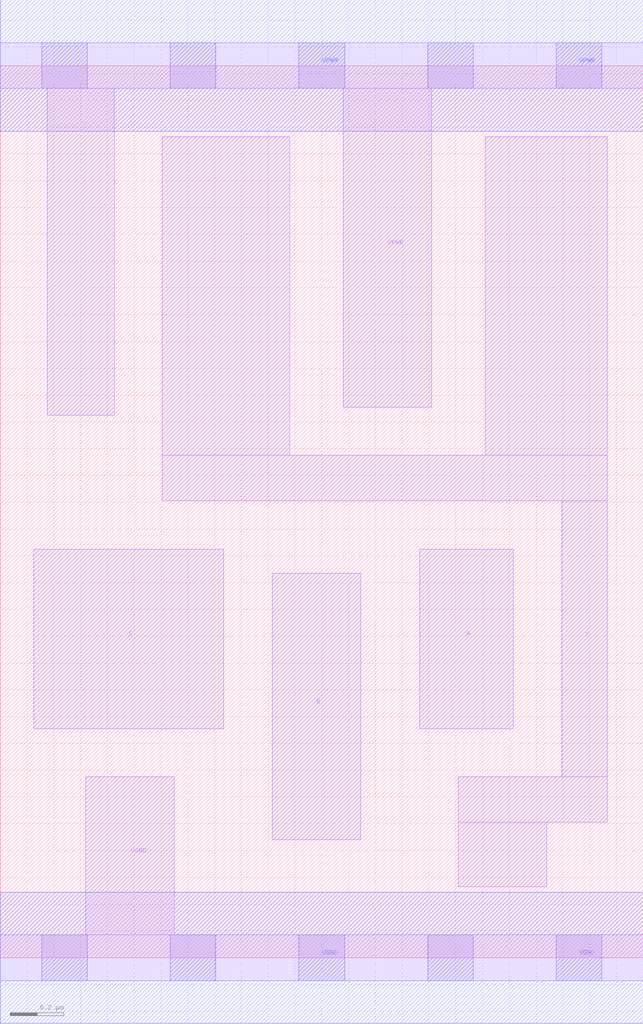
<source format=lef>
# Copyright 2020 The SkyWater PDK Authors
#
# Licensed under the Apache License, Version 2.0 (the "License");
# you may not use this file except in compliance with the License.
# You may obtain a copy of the License at
#
#     https://www.apache.org/licenses/LICENSE-2.0
#
# Unless required by applicable law or agreed to in writing, software
# distributed under the License is distributed on an "AS IS" BASIS,
# WITHOUT WARRANTIES OR CONDITIONS OF ANY KIND, either express or implied.
# See the License for the specific language governing permissions and
# limitations under the License.
#
# SPDX-License-Identifier: Apache-2.0

VERSION 5.7 ;
  NAMESCASESENSITIVE ON ;
  NOWIREEXTENSIONATPIN ON ;
  DIVIDERCHAR "/" ;
  BUSBITCHARS "[]" ;
UNITS
  DATABASE MICRONS 200 ;
END UNITS
MACRO sky130_fd_sc_lp__nand3_lp
  CLASS CORE ;
  SOURCE USER ;
  FOREIGN sky130_fd_sc_lp__nand3_lp ;
  ORIGIN  0.000000  0.000000 ;
  SIZE  2.400000 BY  3.330000 ;
  SYMMETRY X Y R90 ;
  SITE unit ;
  PIN A
    ANTENNAGATEAREA  0.313000 ;
    DIRECTION INPUT ;
    USE SIGNAL ;
    PORT
      LAYER li1 ;
        RECT 1.565000 0.855000 1.915000 1.525000 ;
    END
  END A
  PIN B
    ANTENNAGATEAREA  0.313000 ;
    DIRECTION INPUT ;
    USE SIGNAL ;
    PORT
      LAYER li1 ;
        RECT 1.015000 0.440000 1.345000 1.435000 ;
    END
  END B
  PIN C
    ANTENNAGATEAREA  0.313000 ;
    DIRECTION INPUT ;
    USE SIGNAL ;
    PORT
      LAYER li1 ;
        RECT 0.125000 0.855000 0.835000 1.525000 ;
    END
  END C
  PIN Y
    ANTENNADIFFAREA  0.684700 ;
    DIRECTION OUTPUT ;
    USE SIGNAL ;
    PORT
      LAYER li1 ;
        RECT 0.605000 1.705000 2.265000 1.875000 ;
        RECT 0.605000 1.875000 1.080000 3.065000 ;
        RECT 1.710000 0.265000 2.040000 0.505000 ;
        RECT 1.710000 0.505000 2.265000 0.675000 ;
        RECT 1.810000 1.875000 2.265000 3.065000 ;
        RECT 2.095000 0.675000 2.265000 1.705000 ;
    END
  END Y
  PIN VGND
    DIRECTION INOUT ;
    USE GROUND ;
    PORT
      LAYER li1 ;
        RECT 0.000000 -0.085000 2.400000 0.085000 ;
        RECT 0.320000  0.085000 0.650000 0.675000 ;
      LAYER mcon ;
        RECT 0.155000 -0.085000 0.325000 0.085000 ;
        RECT 0.635000 -0.085000 0.805000 0.085000 ;
        RECT 1.115000 -0.085000 1.285000 0.085000 ;
        RECT 1.595000 -0.085000 1.765000 0.085000 ;
        RECT 2.075000 -0.085000 2.245000 0.085000 ;
      LAYER met1 ;
        RECT 0.000000 -0.245000 2.400000 0.245000 ;
    END
  END VGND
  PIN VPWR
    DIRECTION INOUT ;
    USE POWER ;
    PORT
      LAYER li1 ;
        RECT 0.000000 3.245000 2.400000 3.415000 ;
        RECT 0.175000 2.025000 0.425000 3.245000 ;
        RECT 1.280000 2.055000 1.610000 3.245000 ;
      LAYER mcon ;
        RECT 0.155000 3.245000 0.325000 3.415000 ;
        RECT 0.635000 3.245000 0.805000 3.415000 ;
        RECT 1.115000 3.245000 1.285000 3.415000 ;
        RECT 1.595000 3.245000 1.765000 3.415000 ;
        RECT 2.075000 3.245000 2.245000 3.415000 ;
      LAYER met1 ;
        RECT 0.000000 3.085000 2.400000 3.575000 ;
    END
  END VPWR
END sky130_fd_sc_lp__nand3_lp

</source>
